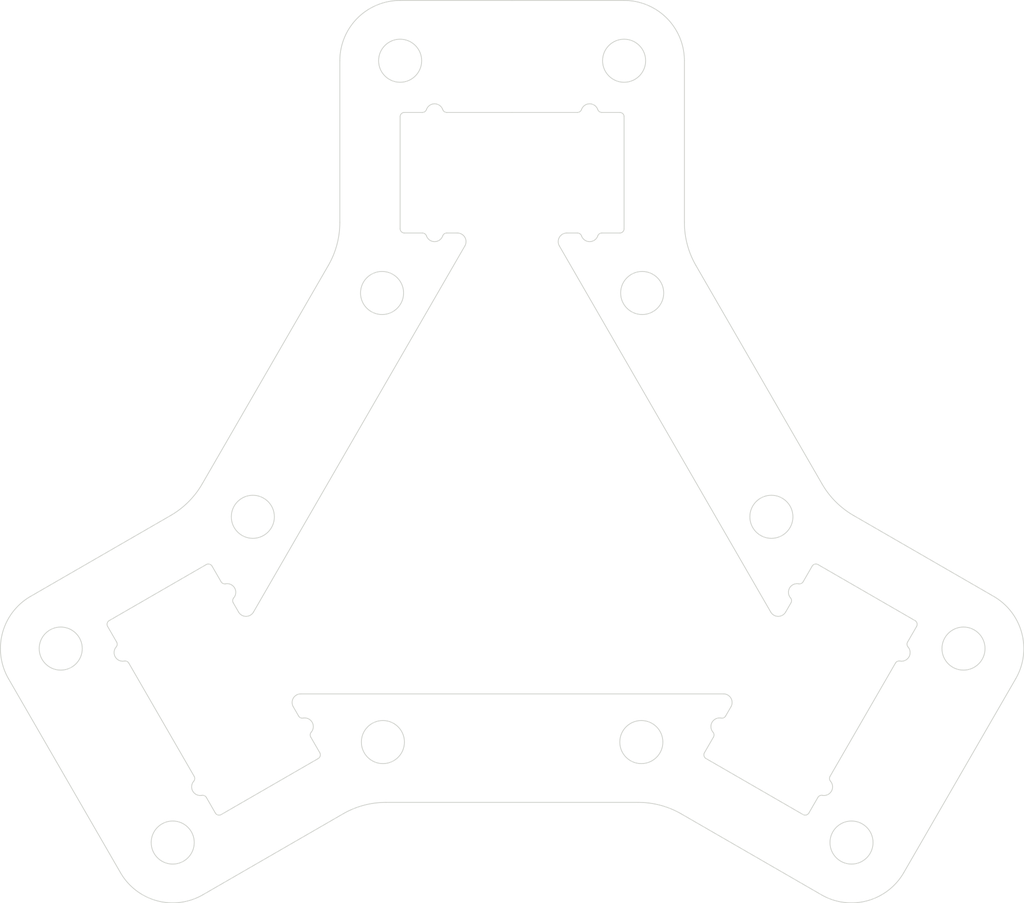
<source format=kicad_pcb>
(kicad_pcb (version 20171130) (host pcbnew 5.1.9+dfsg1-1+deb11u1)

  (general
    (thickness 1.6)
    (drawings 126)
    (tracks 0)
    (zones 0)
    (modules 0)
    (nets 1)
  )

  (page A4)
  (layers
    (0 F.Cu signal)
    (31 B.Cu signal)
    (32 B.Adhes user)
    (33 F.Adhes user)
    (34 B.Paste user)
    (35 F.Paste user)
    (36 B.SilkS user)
    (37 F.SilkS user)
    (38 B.Mask user)
    (39 F.Mask user)
    (40 Dwgs.User user)
    (41 Cmts.User user)
    (42 Eco1.User user)
    (43 Eco2.User user)
    (44 Edge.Cuts user)
    (45 Margin user)
    (46 B.CrtYd user)
    (47 F.CrtYd user)
    (48 B.Fab user)
    (49 F.Fab user)
  )

  (setup
    (last_trace_width 0.25)
    (trace_clearance 0.2)
    (zone_clearance 0.508)
    (zone_45_only no)
    (trace_min 0.2)
    (via_size 0.8)
    (via_drill 0.4)
    (via_min_size 0.4)
    (via_min_drill 0.3)
    (uvia_size 0.3)
    (uvia_drill 0.1)
    (uvias_allowed no)
    (uvia_min_size 0.2)
    (uvia_min_drill 0.1)
    (edge_width 0.05)
    (segment_width 0.2)
    (pcb_text_width 0.3)
    (pcb_text_size 1.5 1.5)
    (mod_edge_width 0.12)
    (mod_text_size 1 1)
    (mod_text_width 0.15)
    (pad_size 1.524 1.524)
    (pad_drill 0.762)
    (pad_to_mask_clearance 0)
    (aux_axis_origin 0 0)
    (visible_elements FFFFFF7F)
    (pcbplotparams
      (layerselection 0x010fc_ffffffff)
      (usegerberextensions true)
      (usegerberattributes false)
      (usegerberadvancedattributes false)
      (creategerberjobfile false)
      (excludeedgelayer true)
      (linewidth 0.100000)
      (plotframeref false)
      (viasonmask false)
      (mode 1)
      (useauxorigin false)
      (hpglpennumber 1)
      (hpglpenspeed 20)
      (hpglpendiameter 15.000000)
      (psnegative false)
      (psa4output false)
      (plotreference true)
      (plotvalue false)
      (plotinvisibletext false)
      (padsonsilk false)
      (subtractmaskfromsilk true)
      (outputformat 1)
      (mirror false)
      (drillshape 0)
      (scaleselection 1)
      (outputdirectory "gerber/"))
  )

  (net 0 "")

  (net_class Default "This is the default net class."
    (clearance 0.2)
    (trace_width 0.25)
    (via_dia 0.8)
    (via_drill 0.4)
    (uvia_dia 0.3)
    (uvia_drill 0.1)
  )

  (gr_circle (center 124.5 65) (end 125.75 65) (layer Edge.Cuts) (width 0.05))
  (gr_circle (center 125.54904 78.48131) (end 126.79904 78.48131) (layer Edge.Cuts) (width 0.05))
  (gr_circle (center 144.1997 99.1208) (end 145.4497 99.1208) (layer Edge.Cuts) (width 0.05))
  (gr_circle (center 133.049 91.4717) (end 134.299 91.4717) (layer Edge.Cuts) (width 0.05))
  (gr_circle (center 137.6997 110.3792) (end 138.9497 110.3792) (layer Edge.Cuts) (width 0.05))
  (gr_circle (center 125.5 104.546999) (end 126.75 104.546999) (layer Edge.Cuts) (width 0.05))
  (gr_circle (center 111.5 65) (end 112.75 65) (layer Edge.Cuts) (width 0.05))
  (gr_circle (center 110.45096 78.48131) (end 111.70096 78.48131) (layer Edge.Cuts) (width 0.05))
  (gr_arc (start 102.5559 96.75) (end 102.122888 97) (angle -120) (layer Edge.Cuts) (width 0.05))
  (gr_line (start 115.25759 75.75) (end 102.9889 97) (layer Edge.Cuts) (width 0.05))
  (gr_arc (start 114.82457 75.5) (end 115.257583 75.75) (angle -120) (layer Edge.Cuts) (width 0.05))
  (gr_line (start 114.20711 75) (end 114.82457 75) (layer Edge.Cuts) (width 0.05))
  (gr_arc (start 114.20711 75.25) (end 114.20711 75) (angle -70.529) (layer Edge.Cuts) (width 0.05))
  (gr_arc (start 113.5 75) (end 113.028595 75.166664) (angle -141.0578) (layer Edge.Cuts) (width 0.05))
  (gr_arc (start 112.79289 75.25) (end 113.028593 75.166666) (angle -70.5288) (layer Edge.Cuts) (width 0.05))
  (gr_line (start 111.75 75) (end 112.79289 75) (layer Edge.Cuts) (width 0.05))
  (gr_arc (start 111.75 74.75) (end 111.5 74.75) (angle -90) (layer Edge.Cuts) (width 0.05))
  (gr_line (start 111.5 68.25) (end 111.5 74.75) (layer Edge.Cuts) (width 0.05))
  (gr_arc (start 111.75 68.25) (end 111.75 68) (angle -90) (layer Edge.Cuts) (width 0.05))
  (gr_line (start 112.79289 68) (end 111.75 68) (layer Edge.Cuts) (width 0.05))
  (gr_arc (start 112.79289 67.75) (end 112.79289 68) (angle -70.5288) (layer Edge.Cuts) (width 0.05))
  (gr_arc (start 113.5 68) (end 113.971405 67.833334) (angle -141.0578) (layer Edge.Cuts) (width 0.05))
  (gr_arc (start 114.20711 67.75) (end 113.971408 67.833333) (angle -70.529) (layer Edge.Cuts) (width 0.05))
  (gr_line (start 118 68) (end 114.20711 68) (layer Edge.Cuts) (width 0.05))
  (gr_line (start 121.79289 68) (end 118 68) (layer Edge.Cuts) (width 0.05))
  (gr_arc (start 121.79289 67.75) (end 121.79289 68) (angle -70.5288) (layer Edge.Cuts) (width 0.05))
  (gr_arc (start 122.5 68) (end 122.971404 67.833334) (angle -141.0578) (layer Edge.Cuts) (width 0.05))
  (gr_arc (start 123.20711 67.75) (end 122.971407 67.833333) (angle -70.529) (layer Edge.Cuts) (width 0.05))
  (gr_line (start 124.25 68) (end 123.20711 68) (layer Edge.Cuts) (width 0.05))
  (gr_arc (start 124.25 68.25) (end 124.5 68.25) (angle -90) (layer Edge.Cuts) (width 0.05))
  (gr_line (start 124.5 74.75) (end 124.5 68.25) (layer Edge.Cuts) (width 0.05))
  (gr_arc (start 124.25 74.75) (end 124.25 75) (angle -90) (layer Edge.Cuts) (width 0.05))
  (gr_line (start 123.20711 75) (end 124.25 75) (layer Edge.Cuts) (width 0.05))
  (gr_arc (start 123.20711 75.25) (end 123.20711 75) (angle -70.529) (layer Edge.Cuts) (width 0.05))
  (gr_arc (start 122.5 75) (end 122.028594 75.166664) (angle -141.0578) (layer Edge.Cuts) (width 0.05))
  (gr_arc (start 121.79289 75.25) (end 122.028592 75.166666) (angle -70.5288) (layer Edge.Cuts) (width 0.05))
  (gr_line (start 121.17543 75) (end 121.79289 75) (layer Edge.Cuts) (width 0.05))
  (gr_arc (start 121.17543 75.5) (end 121.17543 75) (angle -120) (layer Edge.Cuts) (width 0.05))
  (gr_line (start 133.0111 97) (end 120.74241 75.75) (layer Edge.Cuts) (width 0.05))
  (gr_arc (start 133.4441 96.75) (end 133.011087 97) (angle -120) (layer Edge.Cuts) (width 0.05))
  (gr_line (start 133.8771 97) (end 134.1859 96.4653) (layer Edge.Cuts) (width 0.05))
  (gr_arc (start 133.9694 96.3403) (end 134.185906 96.4653) (angle -70.5288) (layer Edge.Cuts) (width 0.05))
  (gr_arc (start 134.5394 95.8529) (end 134.630764 95.361318) (angle -141.0578) (layer Edge.Cuts) (width 0.05))
  (gr_arc (start 134.6765 95.1155) (end 134.630816 95.36129) (angle -70.529) (layer Edge.Cuts) (width 0.05))
  (gr_line (start 134.893 95.2405) (end 135.4144 94.3373) (layer Edge.Cuts) (width 0.05))
  (gr_arc (start 135.6309 94.4623) (end 135.7559 94.245793) (angle -90) (layer Edge.Cuts) (width 0.05))
  (gr_line (start 135.7559 94.2458) (end 141.3851 97.4958) (layer Edge.Cuts) (width 0.05))
  (gr_arc (start 141.2601 97.7123) (end 141.476606 97.8373) (angle -90) (layer Edge.Cuts) (width 0.05))
  (gr_line (start 141.4766 97.8373) (end 140.9552 98.7405) (layer Edge.Cuts) (width 0.05))
  (gr_arc (start 141.1717 98.8655) (end 140.955193 98.7405) (angle -70.529) (layer Edge.Cuts) (width 0.05))
  (gr_arc (start 140.6016 99.3529) (end 140.510233 99.844481) (angle -141.0578) (layer Edge.Cuts) (width 0.05))
  (gr_arc (start 140.4645 100.0903) (end 140.510182 99.844509) (angle -70.5288) (layer Edge.Cuts) (width 0.05))
  (gr_line (start 140.248 99.9653) (end 138.3516 103.25) (layer Edge.Cuts) (width 0.05))
  (gr_line (start 138.3516 103.25) (end 136.4552 106.5347) (layer Edge.Cuts) (width 0.05))
  (gr_arc (start 136.6717 106.6597) (end 136.455193 106.5347) (angle -70.529) (layer Edge.Cuts) (width 0.05))
  (gr_arc (start 136.1016 107.1471) (end 136.010233 107.638681) (angle -141.0578) (layer Edge.Cuts) (width 0.05))
  (gr_arc (start 135.9645 107.8845) (end 136.010182 107.638709) (angle -70.5288) (layer Edge.Cuts) (width 0.05))
  (gr_line (start 135.748 107.7595) (end 135.2266 108.6627) (layer Edge.Cuts) (width 0.05))
  (gr_arc (start 135.0101 108.5377) (end 134.8851 108.754206) (angle -90) (layer Edge.Cuts) (width 0.05))
  (gr_line (start 134.8851 108.7542) (end 129.2559 105.5042) (layer Edge.Cuts) (width 0.05))
  (gr_arc (start 129.3809 105.2877) (end 129.164393 105.1627) (angle -90) (layer Edge.Cuts) (width 0.05))
  (gr_line (start 129.1644 105.1627) (end 129.6859 104.2595) (layer Edge.Cuts) (width 0.05))
  (gr_arc (start 129.4694 104.1345) (end 129.685906 104.2595) (angle -70.5288) (layer Edge.Cuts) (width 0.05))
  (gr_arc (start 130.0394 103.6471) (end 130.130764 103.155518) (angle -141.0578) (layer Edge.Cuts) (width 0.05))
  (gr_arc (start 130.1765 102.9097) (end 130.130816 103.15549) (angle -70.529) (layer Edge.Cuts) (width 0.05))
  (gr_line (start 130.393 103.0347) (end 130.7017 102.5) (layer Edge.Cuts) (width 0.05))
  (gr_arc (start 130.2687 102.25) (end 130.701712 102.5) (angle -120) (layer Edge.Cuts) (width 0.05))
  (gr_line (start 105.7313 101.75) (end 130.2687 101.75) (layer Edge.Cuts) (width 0.05))
  (gr_arc (start 105.7313 102.25) (end 105.7313 101.75) (angle -120) (layer Edge.Cuts) (width 0.05))
  (gr_line (start 105.2983 102.5) (end 105.607 103.0347) (layer Edge.Cuts) (width 0.05))
  (gr_arc (start 105.8235 102.9097) (end 105.606994 103.0347) (angle -70.5288) (layer Edge.Cuts) (width 0.05))
  (gr_arc (start 105.9606 103.6471) (end 106.34064 103.972015) (angle -141.0578) (layer Edge.Cuts) (width 0.05))
  (gr_arc (start 106.5306 104.1345) (end 106.340581 103.972041) (angle -70.529) (layer Edge.Cuts) (width 0.05))
  (gr_line (start 106.3141 104.2595) (end 106.8356 105.1627) (layer Edge.Cuts) (width 0.05))
  (gr_arc (start 106.6191 105.2877) (end 106.7441 105.504206) (angle -90) (layer Edge.Cuts) (width 0.05))
  (gr_line (start 106.7441 105.5042) (end 101.1149 108.7542) (layer Edge.Cuts) (width 0.05))
  (gr_arc (start 100.9899 108.5377) (end 100.773394 108.6627) (angle -90) (layer Edge.Cuts) (width 0.05))
  (gr_line (start 100.7734 108.6627) (end 100.252 107.7595) (layer Edge.Cuts) (width 0.05))
  (gr_arc (start 100.0355 107.8845) (end 100.252007 107.7595) (angle -70.529) (layer Edge.Cuts) (width 0.05))
  (gr_arc (start 99.8984 107.1471) (end 99.518362 106.822183) (angle -141.0578) (layer Edge.Cuts) (width 0.05))
  (gr_arc (start 99.3283 106.6597) (end 99.51832 106.822157) (angle -70.5288) (layer Edge.Cuts) (width 0.05))
  (gr_line (start 99.5448 106.5347) (end 97.6484 103.25) (layer Edge.Cuts) (width 0.05))
  (gr_line (start 97.6484 103.25) (end 95.752 99.9653) (layer Edge.Cuts) (width 0.05))
  (gr_arc (start 95.5355 100.0903) (end 95.752007 99.9653) (angle -70.529) (layer Edge.Cuts) (width 0.05))
  (gr_arc (start 95.3984 99.3529) (end 95.018362 99.027983) (angle -141.0578) (layer Edge.Cuts) (width 0.05))
  (gr_arc (start 94.8283 98.8655) (end 95.01832 99.027957) (angle -70.5288) (layer Edge.Cuts) (width 0.05))
  (gr_line (start 95.0448 98.7405) (end 94.5234 97.8373) (layer Edge.Cuts) (width 0.05))
  (gr_arc (start 94.7399 97.7123) (end 94.6149 97.495793) (angle -90) (layer Edge.Cuts) (width 0.05))
  (gr_line (start 94.6149 97.4958) (end 100.2441 94.2458) (layer Edge.Cuts) (width 0.05))
  (gr_arc (start 100.3691 94.4623) (end 100.585607 94.3373) (angle -90) (layer Edge.Cuts) (width 0.05))
  (gr_line (start 100.5856 94.3373) (end 101.107 95.2405) (layer Edge.Cuts) (width 0.05))
  (gr_arc (start 101.3235 95.1155) (end 101.106994 95.2405) (angle -70.5288) (layer Edge.Cuts) (width 0.05))
  (gr_arc (start 101.4606 95.8529) (end 101.84064 96.177815) (angle -141.0578) (layer Edge.Cuts) (width 0.05))
  (gr_arc (start 102.0306 96.3403) (end 101.840581 96.177841) (angle -70.529) (layer Edge.Cuts) (width 0.05))
  (gr_line (start 101.8141 96.4653) (end 102.1229 97) (layer Edge.Cuts) (width 0.05))
  (gr_circle (center 110.5 104.546999) (end 111.75 104.546999) (layer Edge.Cuts) (width 0.05))
  (gr_circle (center 102.951 91.4717) (end 104.201 91.4717) (layer Edge.Cuts) (width 0.05))
  (gr_circle (center 91.8003 99.1208) (end 93.0503 99.1208) (layer Edge.Cuts) (width 0.05))
  (gr_circle (center 98.3003 110.3792) (end 99.5503 110.3792) (layer Edge.Cuts) (width 0.05))
  (gr_line (start 125.32051 108.047) (end 110.67949 108.047) (layer Edge.Cuts) (width 0.05))
  (gr_arc (start 125.32051 113.047) (end 127.82051 108.716872) (angle -30) (layer Edge.Cuts) (width 0.05))
  (gr_line (start 127.82051 108.7169) (end 135.9497 113.4103) (layer Edge.Cuts) (width 0.05))
  (gr_arc (start 137.6997 110.3792) (end 135.9497 113.410288) (angle -90) (layer Edge.Cuts) (width 0.05))
  (gr_line (start 140.7308 112.1292) (end 143.9808 106.5) (layer Edge.Cuts) (width 0.05))
  (gr_line (start 147.2308 100.8708) (end 143.9808 106.5) (layer Edge.Cuts) (width 0.05))
  (gr_arc (start 144.1997 99.1208) (end 147.230788 100.8708) (angle -90) (layer Edge.Cuts) (width 0.05))
  (gr_line (start 145.9497 96.0897) (end 137.8205 91.3964) (layer Edge.Cuts) (width 0.05))
  (gr_arc (start 140.3205 87.0662) (end 135.990372 89.5662) (angle -30) (layer Edge.Cuts) (width 0.05))
  (gr_line (start 128.6699 76.88675) (end 135.9904 89.5662) (layer Edge.Cuts) (width 0.05))
  (gr_arc (start 133 74.38675) (end 128 74.386749) (angle -30) (layer Edge.Cuts) (width 0.05))
  (gr_line (start 128 74.38675) (end 128 65) (layer Edge.Cuts) (width 0.05))
  (gr_arc (start 124.5 65) (end 128 65.000001) (angle -90) (layer Edge.Cuts) (width 0.05))
  (gr_line (start 124.5 61.5) (end 118 61.5) (layer Edge.Cuts) (width 0.05))
  (gr_line (start 111.5 61.5) (end 118 61.5) (layer Edge.Cuts) (width 0.05))
  (gr_arc (start 111.5 65) (end 111.5 61.5) (angle -90) (layer Edge.Cuts) (width 0.05))
  (gr_line (start 108 74.38675) (end 108 65) (layer Edge.Cuts) (width 0.05))
  (gr_arc (start 103 74.38675) (end 107.330128 76.886749) (angle -30) (layer Edge.Cuts) (width 0.05))
  (gr_line (start 107.3301 76.88675) (end 100.0096 89.5662) (layer Edge.Cuts) (width 0.05))
  (gr_arc (start 95.6795 87.0662) (end 98.1795 91.396327) (angle -30) (layer Edge.Cuts) (width 0.05))
  (gr_line (start 98.1795 91.3964) (end 90.0503 96.0897) (layer Edge.Cuts) (width 0.05))
  (gr_arc (start 91.8003 99.1208) (end 90.0503 96.089711) (angle -90) (layer Edge.Cuts) (width 0.05))
  (gr_line (start 88.7692 100.8708) (end 92.0192 106.5) (layer Edge.Cuts) (width 0.05))
  (gr_line (start 95.2692 112.1292) (end 92.0192 106.5) (layer Edge.Cuts) (width 0.05))
  (gr_arc (start 98.3003 110.3792) (end 95.269212 112.1292) (angle -90) (layer Edge.Cuts) (width 0.05))
  (gr_line (start 108.17949 108.7169) (end 100.0503 113.4103) (layer Edge.Cuts) (width 0.05))
  (gr_arc (start 110.67949 113.047) (end 110.67949 108.047) (angle -30) (layer Edge.Cuts) (width 0.05))

)

</source>
